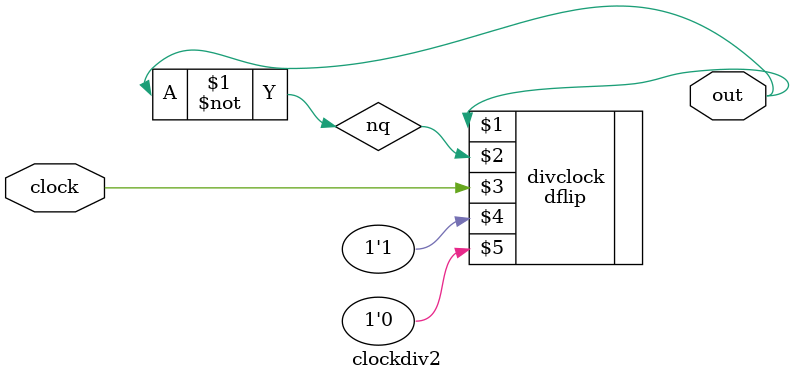
<source format=v>
module clockdiv2(clock, out);

	input clock;
	output out;
	
	wire nq;
	
	not findnotq(nq,out);
	
	dflip divclock(out, nq, clock, 1'b1, 1'b0);
	
endmodule 

</source>
